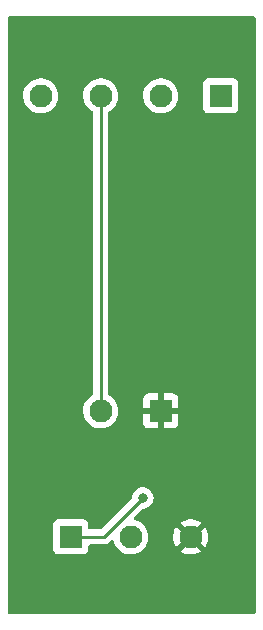
<source format=gbl>
%TF.GenerationSoftware,KiCad,Pcbnew,(6.0.1)*%
%TF.CreationDate,2022-03-17T16:21:18+01:00*%
%TF.ProjectId,Module,4d6f6475-6c65-42e6-9b69-6361645f7063,v01*%
%TF.SameCoordinates,Original*%
%TF.FileFunction,Copper,L2,Bot*%
%TF.FilePolarity,Positive*%
%FSLAX46Y46*%
G04 Gerber Fmt 4.6, Leading zero omitted, Abs format (unit mm)*
G04 Created by KiCad (PCBNEW (6.0.1)) date 2022-03-17 16:21:18*
%MOMM*%
%LPD*%
G01*
G04 APERTURE LIST*
%TA.AperFunction,ComponentPad*%
%ADD10R,1.950000X1.950000*%
%TD*%
%TA.AperFunction,ComponentPad*%
%ADD11C,1.950000*%
%TD*%
%TA.AperFunction,ViaPad*%
%ADD12C,0.800000*%
%TD*%
%TA.AperFunction,Conductor*%
%ADD13C,0.250000*%
%TD*%
G04 APERTURE END LIST*
D10*
%TO.P,J1,1,Pin_1*%
%TO.N,SIG1*%
X142494000Y-94742000D03*
D11*
%TO.P,J1,2,Pin_2*%
%TO.N,SIG2*%
X147574000Y-94742000D03*
%TO.P,J1,3,Pin_3*%
%TO.N,GND*%
X152654000Y-94742000D03*
%TD*%
D10*
%TO.P,J2,1,Pin_1*%
%TO.N,VCC*%
X155194000Y-57404000D03*
D11*
%TO.P,J2,2,Pin_2*%
%TO.N,LED1N*%
X150114000Y-57404000D03*
%TO.P,J2,3,Pin_3*%
%TO.N,VCC*%
X145034000Y-57404000D03*
%TO.P,J2,4,Pin_4*%
%TO.N,LED2N*%
X139954000Y-57404000D03*
%TD*%
D10*
%TO.P,J3,1,Pin_1*%
%TO.N,GND*%
X150114000Y-84074000D03*
D11*
%TO.P,J3,2,Pin_2*%
%TO.N,VCC*%
X145034000Y-84074000D03*
%TD*%
D12*
%TO.N,SIG1*%
X148590000Y-91440000D03*
%TO.N,GND*%
X151130000Y-71755000D03*
X140970000Y-71755000D03*
%TD*%
D13*
%TO.N,SIG1*%
X148590000Y-91440000D02*
X145288000Y-94742000D01*
X145288000Y-94742000D02*
X142494000Y-94742000D01*
%TO.N,VCC*%
X145034000Y-57404000D02*
X145034000Y-84074000D01*
%TD*%
%TA.AperFunction,Conductor*%
%TO.N,GND*%
G36*
X158086121Y-50693002D02*
G01*
X158132614Y-50746658D01*
X158144000Y-50799000D01*
X158144000Y-101102000D01*
X158123998Y-101170121D01*
X158070342Y-101216614D01*
X158018000Y-101228000D01*
X137286000Y-101228000D01*
X137217879Y-101207998D01*
X137171386Y-101154342D01*
X137160000Y-101102000D01*
X137160000Y-95765134D01*
X141010500Y-95765134D01*
X141017255Y-95827316D01*
X141068385Y-95963705D01*
X141155739Y-96080261D01*
X141272295Y-96167615D01*
X141408684Y-96218745D01*
X141470866Y-96225500D01*
X143517134Y-96225500D01*
X143579316Y-96218745D01*
X143715705Y-96167615D01*
X143832261Y-96080261D01*
X143919615Y-95963705D01*
X143970745Y-95827316D01*
X143977500Y-95765134D01*
X143977500Y-95501500D01*
X143997502Y-95433379D01*
X144051158Y-95386886D01*
X144103500Y-95375500D01*
X145209233Y-95375500D01*
X145220416Y-95376027D01*
X145227909Y-95377702D01*
X145235835Y-95377453D01*
X145235836Y-95377453D01*
X145295986Y-95375562D01*
X145299945Y-95375500D01*
X145327856Y-95375500D01*
X145331791Y-95375003D01*
X145331856Y-95374995D01*
X145343693Y-95374062D01*
X145375951Y-95373048D01*
X145379970Y-95372922D01*
X145387889Y-95372673D01*
X145407343Y-95367021D01*
X145426700Y-95363013D01*
X145438930Y-95361468D01*
X145438931Y-95361468D01*
X145446797Y-95360474D01*
X145454168Y-95357555D01*
X145454170Y-95357555D01*
X145487912Y-95344196D01*
X145499142Y-95340351D01*
X145533983Y-95330229D01*
X145533984Y-95330229D01*
X145541593Y-95328018D01*
X145548412Y-95323985D01*
X145548417Y-95323983D01*
X145559028Y-95317707D01*
X145576776Y-95309012D01*
X145595617Y-95301552D01*
X145631387Y-95275564D01*
X145641307Y-95269048D01*
X145672535Y-95250580D01*
X145672538Y-95250578D01*
X145679362Y-95246542D01*
X145693683Y-95232221D01*
X145708717Y-95219380D01*
X145718694Y-95212131D01*
X145725107Y-95207472D01*
X145753298Y-95173395D01*
X145761288Y-95164616D01*
X145915521Y-95010383D01*
X145977833Y-94976357D01*
X146048648Y-94981422D01*
X146105484Y-95023969D01*
X146127533Y-95071777D01*
X146153533Y-95187147D01*
X146155475Y-95191929D01*
X146155476Y-95191933D01*
X146243275Y-95408156D01*
X146245311Y-95413169D01*
X146372772Y-95621166D01*
X146532492Y-95805553D01*
X146720183Y-95961377D01*
X146930804Y-96084453D01*
X147158698Y-96171478D01*
X147163764Y-96172509D01*
X147163765Y-96172509D01*
X147392667Y-96219080D01*
X147392671Y-96219080D01*
X147397746Y-96220113D01*
X147402922Y-96220303D01*
X147402924Y-96220303D01*
X147636363Y-96228863D01*
X147636367Y-96228863D01*
X147641527Y-96229052D01*
X147646647Y-96228396D01*
X147646649Y-96228396D01*
X147743639Y-96215971D01*
X147883494Y-96198055D01*
X147888443Y-96196570D01*
X147888449Y-96196569D01*
X148112200Y-96129440D01*
X148112199Y-96129440D01*
X148117150Y-96127955D01*
X148336219Y-96020634D01*
X148340424Y-96017634D01*
X148340430Y-96017631D01*
X148423155Y-95958624D01*
X151802621Y-95958624D01*
X151806988Y-95964774D01*
X152006563Y-96081397D01*
X152015846Y-96085844D01*
X152234007Y-96169152D01*
X152243905Y-96172028D01*
X152472744Y-96218585D01*
X152482972Y-96219804D01*
X152716340Y-96228362D01*
X152726626Y-96227895D01*
X152958262Y-96198222D01*
X152968340Y-96196080D01*
X153192014Y-96128974D01*
X153201612Y-96125212D01*
X153411324Y-96022476D01*
X153420169Y-96017203D01*
X153492869Y-95965347D01*
X153501270Y-95954646D01*
X153494283Y-95941493D01*
X152666812Y-95114022D01*
X152652868Y-95106408D01*
X152651035Y-95106539D01*
X152644420Y-95110790D01*
X151809881Y-95945329D01*
X151802621Y-95958624D01*
X148423155Y-95958624D01*
X148530614Y-95881974D01*
X148530616Y-95881972D01*
X148534818Y-95878975D01*
X148707614Y-95706781D01*
X148849966Y-95508677D01*
X148852387Y-95503780D01*
X148955756Y-95294626D01*
X148955757Y-95294624D01*
X148958050Y-95289984D01*
X149013786Y-95106539D01*
X149027462Y-95061527D01*
X149027463Y-95061521D01*
X149028966Y-95056575D01*
X149045886Y-94928054D01*
X149060370Y-94818038D01*
X149060370Y-94818034D01*
X149060807Y-94814717D01*
X149062584Y-94742000D01*
X149060019Y-94710799D01*
X151166658Y-94710799D01*
X151180102Y-94943942D01*
X151181535Y-94954144D01*
X151232873Y-95181949D01*
X151235956Y-95191789D01*
X151323814Y-95408156D01*
X151328457Y-95417347D01*
X151429555Y-95582325D01*
X151440011Y-95591785D01*
X151448789Y-95588001D01*
X152281978Y-94754812D01*
X152288356Y-94743132D01*
X153018408Y-94743132D01*
X153018539Y-94744965D01*
X153022790Y-94751580D01*
X153854045Y-95582835D01*
X153866055Y-95589394D01*
X153877794Y-95580426D01*
X153926518Y-95512619D01*
X153931829Y-95503780D01*
X154035291Y-95294442D01*
X154039089Y-95284849D01*
X154106974Y-95061413D01*
X154109151Y-95051343D01*
X154139869Y-94818015D01*
X154140388Y-94811340D01*
X154142001Y-94745364D01*
X154141807Y-94738647D01*
X154122525Y-94504108D01*
X154120842Y-94493946D01*
X154063952Y-94267453D01*
X154060634Y-94257706D01*
X153967513Y-94043542D01*
X153962646Y-94034467D01*
X153877465Y-93902796D01*
X153866779Y-93893593D01*
X153857214Y-93897996D01*
X153026022Y-94729188D01*
X153018408Y-94743132D01*
X152288356Y-94743132D01*
X152289592Y-94740868D01*
X152289461Y-94739035D01*
X152285210Y-94732420D01*
X151453892Y-93901102D01*
X151442356Y-93894802D01*
X151430073Y-93904426D01*
X151363036Y-94002698D01*
X151357943Y-94011662D01*
X151259619Y-94223483D01*
X151256062Y-94233151D01*
X151193657Y-94458178D01*
X151191726Y-94468298D01*
X151166910Y-94700510D01*
X151166658Y-94710799D01*
X149060019Y-94710799D01*
X149042596Y-94498876D01*
X148983167Y-94262280D01*
X148885894Y-94038568D01*
X148792888Y-93894802D01*
X148756200Y-93838091D01*
X148756198Y-93838088D01*
X148753390Y-93833748D01*
X148648856Y-93718866D01*
X148592690Y-93657141D01*
X148592688Y-93657140D01*
X148589212Y-93653319D01*
X148585161Y-93650120D01*
X148585157Y-93650116D01*
X148431977Y-93529142D01*
X151805938Y-93529142D01*
X151812684Y-93541474D01*
X152641188Y-94369978D01*
X152655132Y-94377592D01*
X152656965Y-94377461D01*
X152663580Y-94373210D01*
X153496391Y-93540399D01*
X153503412Y-93527543D01*
X153495639Y-93516875D01*
X153481548Y-93505746D01*
X153472970Y-93500047D01*
X153268526Y-93387189D01*
X153259126Y-93382964D01*
X153038993Y-93305011D01*
X153029036Y-93302381D01*
X152799129Y-93261427D01*
X152788878Y-93260458D01*
X152555367Y-93257605D01*
X152545083Y-93258325D01*
X152314253Y-93293647D01*
X152304225Y-93296036D01*
X152082263Y-93368584D01*
X152072753Y-93372581D01*
X151865624Y-93480405D01*
X151856904Y-93485897D01*
X151814391Y-93517817D01*
X151805938Y-93529142D01*
X148431977Y-93529142D01*
X148401825Y-93505329D01*
X148401821Y-93505327D01*
X148397770Y-93502127D01*
X148368370Y-93485897D01*
X148341759Y-93471207D01*
X148184205Y-93384233D01*
X148179336Y-93382509D01*
X148179332Y-93382507D01*
X147959127Y-93304528D01*
X147959123Y-93304527D01*
X147954252Y-93302802D01*
X147910952Y-93295089D01*
X147847398Y-93263453D01*
X147811035Y-93202476D01*
X147813411Y-93131519D01*
X147843956Y-93081948D01*
X148540499Y-92385405D01*
X148602811Y-92351379D01*
X148629594Y-92348500D01*
X148685487Y-92348500D01*
X148691939Y-92347128D01*
X148691944Y-92347128D01*
X148778888Y-92328647D01*
X148872288Y-92308794D01*
X148878319Y-92306109D01*
X149040722Y-92233803D01*
X149040724Y-92233802D01*
X149046752Y-92231118D01*
X149201253Y-92118866D01*
X149329040Y-91976944D01*
X149424527Y-91811556D01*
X149483542Y-91629928D01*
X149503504Y-91440000D01*
X149483542Y-91250072D01*
X149424527Y-91068444D01*
X149329040Y-90903056D01*
X149201253Y-90761134D01*
X149046752Y-90648882D01*
X149040724Y-90646198D01*
X149040722Y-90646197D01*
X148878319Y-90573891D01*
X148878318Y-90573891D01*
X148872288Y-90571206D01*
X148778887Y-90551353D01*
X148691944Y-90532872D01*
X148691939Y-90532872D01*
X148685487Y-90531500D01*
X148494513Y-90531500D01*
X148488061Y-90532872D01*
X148488056Y-90532872D01*
X148401113Y-90551353D01*
X148307712Y-90571206D01*
X148301682Y-90573891D01*
X148301681Y-90573891D01*
X148139278Y-90646197D01*
X148139276Y-90646198D01*
X148133248Y-90648882D01*
X147978747Y-90761134D01*
X147850960Y-90903056D01*
X147755473Y-91068444D01*
X147696458Y-91250072D01*
X147695768Y-91256633D01*
X147695768Y-91256635D01*
X147679093Y-91415292D01*
X147652080Y-91480949D01*
X147642878Y-91491217D01*
X145062500Y-94071595D01*
X145000188Y-94105621D01*
X144973405Y-94108500D01*
X144103500Y-94108500D01*
X144035379Y-94088498D01*
X143988886Y-94034842D01*
X143977500Y-93982500D01*
X143977500Y-93718866D01*
X143970745Y-93656684D01*
X143919615Y-93520295D01*
X143832261Y-93403739D01*
X143715705Y-93316385D01*
X143579316Y-93265255D01*
X143517134Y-93258500D01*
X141470866Y-93258500D01*
X141408684Y-93265255D01*
X141272295Y-93316385D01*
X141155739Y-93403739D01*
X141068385Y-93520295D01*
X141017255Y-93656684D01*
X141010500Y-93718866D01*
X141010500Y-95765134D01*
X137160000Y-95765134D01*
X137160000Y-84037631D01*
X143545860Y-84037631D01*
X143546157Y-84042783D01*
X143546157Y-84042787D01*
X143557558Y-84240499D01*
X143559903Y-84281171D01*
X143561040Y-84286217D01*
X143561041Y-84286223D01*
X143584107Y-84388575D01*
X143613533Y-84519147D01*
X143615475Y-84523929D01*
X143615476Y-84523933D01*
X143703367Y-84740382D01*
X143705311Y-84745169D01*
X143832772Y-84953166D01*
X143992492Y-85137553D01*
X144180183Y-85293377D01*
X144390804Y-85416453D01*
X144618698Y-85503478D01*
X144623764Y-85504509D01*
X144623765Y-85504509D01*
X144852667Y-85551080D01*
X144852671Y-85551080D01*
X144857746Y-85552113D01*
X144862922Y-85552303D01*
X144862924Y-85552303D01*
X145096363Y-85560863D01*
X145096367Y-85560863D01*
X145101527Y-85561052D01*
X145106647Y-85560396D01*
X145106649Y-85560396D01*
X145183377Y-85550567D01*
X145343494Y-85530055D01*
X145348443Y-85528570D01*
X145348449Y-85528569D01*
X145572200Y-85461440D01*
X145572199Y-85461440D01*
X145577150Y-85459955D01*
X145796219Y-85352634D01*
X145800424Y-85349634D01*
X145800430Y-85349631D01*
X145990614Y-85213974D01*
X145990616Y-85213972D01*
X145994818Y-85210975D01*
X146112534Y-85093669D01*
X148631001Y-85093669D01*
X148631371Y-85100490D01*
X148636895Y-85151352D01*
X148640521Y-85166604D01*
X148685676Y-85287054D01*
X148694214Y-85302649D01*
X148770715Y-85404724D01*
X148783276Y-85417285D01*
X148885351Y-85493786D01*
X148900946Y-85502324D01*
X149021394Y-85547478D01*
X149036649Y-85551105D01*
X149087514Y-85556631D01*
X149094328Y-85557000D01*
X149841885Y-85557000D01*
X149857124Y-85552525D01*
X149858329Y-85551135D01*
X149860000Y-85543452D01*
X149860000Y-85538884D01*
X150368000Y-85538884D01*
X150372475Y-85554123D01*
X150373865Y-85555328D01*
X150381548Y-85556999D01*
X151133669Y-85556999D01*
X151140490Y-85556629D01*
X151191352Y-85551105D01*
X151206604Y-85547479D01*
X151327054Y-85502324D01*
X151342649Y-85493786D01*
X151444724Y-85417285D01*
X151457285Y-85404724D01*
X151533786Y-85302649D01*
X151542324Y-85287054D01*
X151587478Y-85166606D01*
X151591105Y-85151351D01*
X151596631Y-85100486D01*
X151597000Y-85093672D01*
X151597000Y-84346115D01*
X151592525Y-84330876D01*
X151591135Y-84329671D01*
X151583452Y-84328000D01*
X150386115Y-84328000D01*
X150370876Y-84332475D01*
X150369671Y-84333865D01*
X150368000Y-84341548D01*
X150368000Y-85538884D01*
X149860000Y-85538884D01*
X149860000Y-84346115D01*
X149855525Y-84330876D01*
X149854135Y-84329671D01*
X149846452Y-84328000D01*
X148649116Y-84328000D01*
X148633877Y-84332475D01*
X148632672Y-84333865D01*
X148631001Y-84341548D01*
X148631001Y-85093669D01*
X146112534Y-85093669D01*
X146167614Y-85038781D01*
X146309966Y-84840677D01*
X146418050Y-84621984D01*
X146450827Y-84514105D01*
X146487462Y-84393527D01*
X146487463Y-84393521D01*
X146488966Y-84388575D01*
X146520807Y-84146717D01*
X146522584Y-84074000D01*
X146502596Y-83830876D01*
X146495314Y-83801885D01*
X148631000Y-83801885D01*
X148635475Y-83817124D01*
X148636865Y-83818329D01*
X148644548Y-83820000D01*
X149841885Y-83820000D01*
X149857124Y-83815525D01*
X149858329Y-83814135D01*
X149860000Y-83806452D01*
X149860000Y-83801885D01*
X150368000Y-83801885D01*
X150372475Y-83817124D01*
X150373865Y-83818329D01*
X150381548Y-83820000D01*
X151578884Y-83820000D01*
X151594123Y-83815525D01*
X151595328Y-83814135D01*
X151596999Y-83806452D01*
X151596999Y-83054331D01*
X151596629Y-83047510D01*
X151591105Y-82996648D01*
X151587479Y-82981396D01*
X151542324Y-82860946D01*
X151533786Y-82845351D01*
X151457285Y-82743276D01*
X151444724Y-82730715D01*
X151342649Y-82654214D01*
X151327054Y-82645676D01*
X151206606Y-82600522D01*
X151191351Y-82596895D01*
X151140486Y-82591369D01*
X151133672Y-82591000D01*
X150386115Y-82591000D01*
X150370876Y-82595475D01*
X150369671Y-82596865D01*
X150368000Y-82604548D01*
X150368000Y-83801885D01*
X149860000Y-83801885D01*
X149860000Y-82609116D01*
X149855525Y-82593877D01*
X149854135Y-82592672D01*
X149846452Y-82591001D01*
X149094331Y-82591001D01*
X149087510Y-82591371D01*
X149036648Y-82596895D01*
X149021396Y-82600521D01*
X148900946Y-82645676D01*
X148885351Y-82654214D01*
X148783276Y-82730715D01*
X148770715Y-82743276D01*
X148694214Y-82845351D01*
X148685676Y-82860946D01*
X148640522Y-82981394D01*
X148636895Y-82996649D01*
X148631369Y-83047514D01*
X148631000Y-83054328D01*
X148631000Y-83801885D01*
X146495314Y-83801885D01*
X146443167Y-83594280D01*
X146345894Y-83370568D01*
X146213390Y-83165748D01*
X146112006Y-83054328D01*
X146052690Y-82989141D01*
X146052688Y-82989140D01*
X146049212Y-82985319D01*
X146045161Y-82982120D01*
X146045157Y-82982116D01*
X145861825Y-82837329D01*
X145861821Y-82837327D01*
X145857770Y-82834127D01*
X145732606Y-82765033D01*
X145682636Y-82714601D01*
X145667500Y-82654725D01*
X145667500Y-58824273D01*
X145687502Y-58756152D01*
X145738066Y-58711123D01*
X145796219Y-58682634D01*
X145800424Y-58679634D01*
X145800430Y-58679631D01*
X145990614Y-58543974D01*
X145990616Y-58543972D01*
X145994818Y-58540975D01*
X146167614Y-58368781D01*
X146309966Y-58170677D01*
X146418050Y-57951984D01*
X146450827Y-57844105D01*
X146487462Y-57723527D01*
X146487463Y-57723521D01*
X146488966Y-57718575D01*
X146520807Y-57476717D01*
X146522584Y-57404000D01*
X146519594Y-57367631D01*
X148625860Y-57367631D01*
X148626157Y-57372783D01*
X148626157Y-57372787D01*
X148637558Y-57570499D01*
X148639903Y-57611171D01*
X148641040Y-57616217D01*
X148641041Y-57616223D01*
X148664107Y-57718575D01*
X148693533Y-57849147D01*
X148695475Y-57853929D01*
X148695476Y-57853933D01*
X148783367Y-58070382D01*
X148785311Y-58075169D01*
X148912772Y-58283166D01*
X149072492Y-58467553D01*
X149260183Y-58623377D01*
X149470804Y-58746453D01*
X149475629Y-58748295D01*
X149475630Y-58748296D01*
X149578763Y-58787679D01*
X149698698Y-58833478D01*
X149703764Y-58834509D01*
X149703765Y-58834509D01*
X149932667Y-58881080D01*
X149932671Y-58881080D01*
X149937746Y-58882113D01*
X149942922Y-58882303D01*
X149942924Y-58882303D01*
X150176363Y-58890863D01*
X150176367Y-58890863D01*
X150181527Y-58891052D01*
X150186647Y-58890396D01*
X150186649Y-58890396D01*
X150283639Y-58877971D01*
X150423494Y-58860055D01*
X150428443Y-58858570D01*
X150428449Y-58858569D01*
X150652200Y-58791440D01*
X150652199Y-58791440D01*
X150657150Y-58789955D01*
X150876219Y-58682634D01*
X150880424Y-58679634D01*
X150880430Y-58679631D01*
X151070614Y-58543974D01*
X151070616Y-58543972D01*
X151074818Y-58540975D01*
X151189057Y-58427134D01*
X153710500Y-58427134D01*
X153717255Y-58489316D01*
X153768385Y-58625705D01*
X153855739Y-58742261D01*
X153972295Y-58829615D01*
X154108684Y-58880745D01*
X154170866Y-58887500D01*
X156217134Y-58887500D01*
X156279316Y-58880745D01*
X156415705Y-58829615D01*
X156532261Y-58742261D01*
X156619615Y-58625705D01*
X156670745Y-58489316D01*
X156677500Y-58427134D01*
X156677500Y-56380866D01*
X156670745Y-56318684D01*
X156619615Y-56182295D01*
X156532261Y-56065739D01*
X156415705Y-55978385D01*
X156279316Y-55927255D01*
X156217134Y-55920500D01*
X154170866Y-55920500D01*
X154108684Y-55927255D01*
X153972295Y-55978385D01*
X153855739Y-56065739D01*
X153768385Y-56182295D01*
X153717255Y-56318684D01*
X153710500Y-56380866D01*
X153710500Y-58427134D01*
X151189057Y-58427134D01*
X151247614Y-58368781D01*
X151389966Y-58170677D01*
X151498050Y-57951984D01*
X151530827Y-57844105D01*
X151567462Y-57723527D01*
X151567463Y-57723521D01*
X151568966Y-57718575D01*
X151600807Y-57476717D01*
X151602584Y-57404000D01*
X151582596Y-57160876D01*
X151523167Y-56924280D01*
X151425894Y-56700568D01*
X151293390Y-56495748D01*
X151188856Y-56380866D01*
X151132690Y-56319141D01*
X151132688Y-56319140D01*
X151129212Y-56315319D01*
X151125161Y-56312120D01*
X151125157Y-56312116D01*
X150941825Y-56167329D01*
X150941821Y-56167327D01*
X150937770Y-56164127D01*
X150724205Y-56046233D01*
X150719336Y-56044509D01*
X150719332Y-56044507D01*
X150499127Y-55966528D01*
X150499123Y-55966527D01*
X150494252Y-55964802D01*
X150489159Y-55963895D01*
X150489156Y-55963894D01*
X150259177Y-55922928D01*
X150259171Y-55922927D01*
X150254088Y-55922022D01*
X150174380Y-55921048D01*
X150015332Y-55919105D01*
X150015330Y-55919105D01*
X150010162Y-55919042D01*
X149769024Y-55955941D01*
X149537150Y-56031729D01*
X149320769Y-56144370D01*
X149316636Y-56147473D01*
X149316633Y-56147475D01*
X149259059Y-56190703D01*
X149125690Y-56290840D01*
X148957153Y-56467204D01*
X148954239Y-56471476D01*
X148954238Y-56471477D01*
X148934719Y-56500091D01*
X148819684Y-56668726D01*
X148716974Y-56889995D01*
X148651783Y-57125067D01*
X148625860Y-57367631D01*
X146519594Y-57367631D01*
X146502596Y-57160876D01*
X146443167Y-56924280D01*
X146345894Y-56700568D01*
X146213390Y-56495748D01*
X146108856Y-56380866D01*
X146052690Y-56319141D01*
X146052688Y-56319140D01*
X146049212Y-56315319D01*
X146045161Y-56312120D01*
X146045157Y-56312116D01*
X145861825Y-56167329D01*
X145861821Y-56167327D01*
X145857770Y-56164127D01*
X145644205Y-56046233D01*
X145639336Y-56044509D01*
X145639332Y-56044507D01*
X145419127Y-55966528D01*
X145419123Y-55966527D01*
X145414252Y-55964802D01*
X145409159Y-55963895D01*
X145409156Y-55963894D01*
X145179177Y-55922928D01*
X145179171Y-55922927D01*
X145174088Y-55922022D01*
X145094380Y-55921048D01*
X144935332Y-55919105D01*
X144935330Y-55919105D01*
X144930162Y-55919042D01*
X144689024Y-55955941D01*
X144457150Y-56031729D01*
X144240769Y-56144370D01*
X144236636Y-56147473D01*
X144236633Y-56147475D01*
X144179059Y-56190703D01*
X144045690Y-56290840D01*
X143877153Y-56467204D01*
X143874239Y-56471476D01*
X143874238Y-56471477D01*
X143854719Y-56500091D01*
X143739684Y-56668726D01*
X143636974Y-56889995D01*
X143571783Y-57125067D01*
X143545860Y-57367631D01*
X143546157Y-57372783D01*
X143546157Y-57372787D01*
X143557558Y-57570499D01*
X143559903Y-57611171D01*
X143561040Y-57616217D01*
X143561041Y-57616223D01*
X143584107Y-57718575D01*
X143613533Y-57849147D01*
X143615475Y-57853929D01*
X143615476Y-57853933D01*
X143703367Y-58070382D01*
X143705311Y-58075169D01*
X143832772Y-58283166D01*
X143992492Y-58467553D01*
X144180183Y-58623377D01*
X144276451Y-58679631D01*
X144338070Y-58715638D01*
X144386794Y-58767276D01*
X144400500Y-58824426D01*
X144400500Y-82654761D01*
X144380498Y-82722882D01*
X144332680Y-82766524D01*
X144240769Y-82814370D01*
X144236636Y-82817473D01*
X144236633Y-82817475D01*
X144049825Y-82957735D01*
X144045690Y-82960840D01*
X143877153Y-83137204D01*
X143874239Y-83141476D01*
X143874238Y-83141477D01*
X143854719Y-83170091D01*
X143739684Y-83338726D01*
X143636974Y-83559995D01*
X143571783Y-83795067D01*
X143545860Y-84037631D01*
X137160000Y-84037631D01*
X137160000Y-57367631D01*
X138465860Y-57367631D01*
X138466157Y-57372783D01*
X138466157Y-57372787D01*
X138477558Y-57570499D01*
X138479903Y-57611171D01*
X138481040Y-57616217D01*
X138481041Y-57616223D01*
X138504107Y-57718575D01*
X138533533Y-57849147D01*
X138535475Y-57853929D01*
X138535476Y-57853933D01*
X138623367Y-58070382D01*
X138625311Y-58075169D01*
X138752772Y-58283166D01*
X138912492Y-58467553D01*
X139100183Y-58623377D01*
X139310804Y-58746453D01*
X139315629Y-58748295D01*
X139315630Y-58748296D01*
X139418763Y-58787679D01*
X139538698Y-58833478D01*
X139543764Y-58834509D01*
X139543765Y-58834509D01*
X139772667Y-58881080D01*
X139772671Y-58881080D01*
X139777746Y-58882113D01*
X139782922Y-58882303D01*
X139782924Y-58882303D01*
X140016363Y-58890863D01*
X140016367Y-58890863D01*
X140021527Y-58891052D01*
X140026647Y-58890396D01*
X140026649Y-58890396D01*
X140123639Y-58877971D01*
X140263494Y-58860055D01*
X140268443Y-58858570D01*
X140268449Y-58858569D01*
X140492200Y-58791440D01*
X140492199Y-58791440D01*
X140497150Y-58789955D01*
X140716219Y-58682634D01*
X140720424Y-58679634D01*
X140720430Y-58679631D01*
X140910614Y-58543974D01*
X140910616Y-58543972D01*
X140914818Y-58540975D01*
X141087614Y-58368781D01*
X141229966Y-58170677D01*
X141338050Y-57951984D01*
X141370827Y-57844105D01*
X141407462Y-57723527D01*
X141407463Y-57723521D01*
X141408966Y-57718575D01*
X141440807Y-57476717D01*
X141442584Y-57404000D01*
X141422596Y-57160876D01*
X141363167Y-56924280D01*
X141265894Y-56700568D01*
X141133390Y-56495748D01*
X141028856Y-56380866D01*
X140972690Y-56319141D01*
X140972688Y-56319140D01*
X140969212Y-56315319D01*
X140965161Y-56312120D01*
X140965157Y-56312116D01*
X140781825Y-56167329D01*
X140781821Y-56167327D01*
X140777770Y-56164127D01*
X140564205Y-56046233D01*
X140559336Y-56044509D01*
X140559332Y-56044507D01*
X140339127Y-55966528D01*
X140339123Y-55966527D01*
X140334252Y-55964802D01*
X140329159Y-55963895D01*
X140329156Y-55963894D01*
X140099177Y-55922928D01*
X140099171Y-55922927D01*
X140094088Y-55922022D01*
X140014380Y-55921048D01*
X139855332Y-55919105D01*
X139855330Y-55919105D01*
X139850162Y-55919042D01*
X139609024Y-55955941D01*
X139377150Y-56031729D01*
X139160769Y-56144370D01*
X139156636Y-56147473D01*
X139156633Y-56147475D01*
X139099059Y-56190703D01*
X138965690Y-56290840D01*
X138797153Y-56467204D01*
X138794239Y-56471476D01*
X138794238Y-56471477D01*
X138774719Y-56500091D01*
X138659684Y-56668726D01*
X138556974Y-56889995D01*
X138491783Y-57125067D01*
X138465860Y-57367631D01*
X137160000Y-57367631D01*
X137160000Y-50799000D01*
X137180002Y-50730879D01*
X137233658Y-50684386D01*
X137286000Y-50673000D01*
X158018000Y-50673000D01*
X158086121Y-50693002D01*
G37*
%TD.AperFunction*%
%TD*%
M02*

</source>
